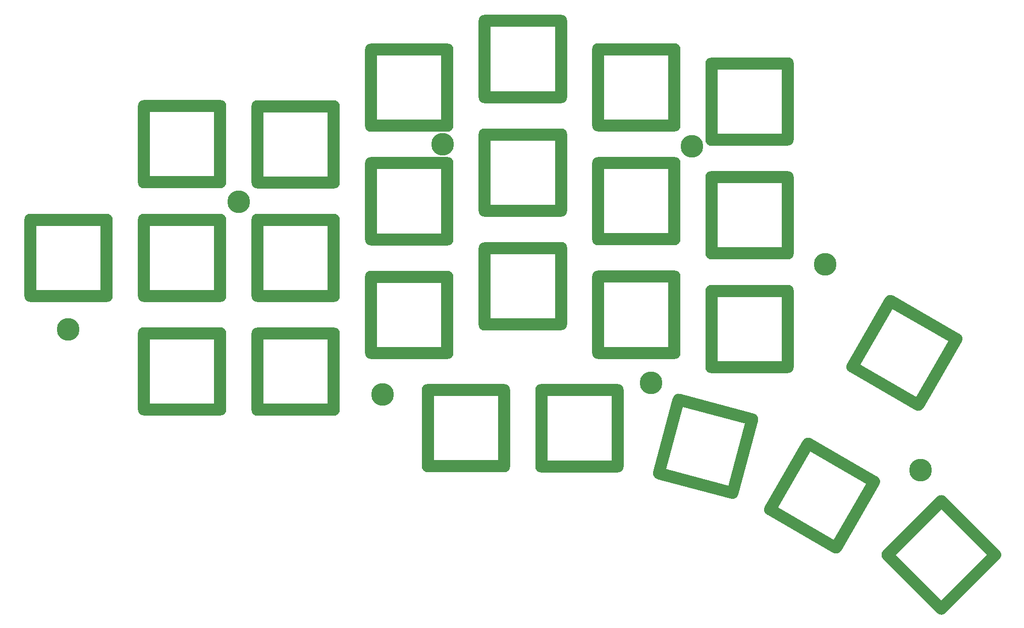
<source format=gts>
G04 #@! TF.GenerationSoftware,KiCad,Pcbnew,(5.1.10)-1*
G04 #@! TF.CreationDate,2021-10-25T12:35:37+03:00*
G04 #@! TF.ProjectId,top_plate,746f705f-706c-4617-9465-2e6b69636164,rev?*
G04 #@! TF.SameCoordinates,Original*
G04 #@! TF.FileFunction,Soldermask,Top*
G04 #@! TF.FilePolarity,Negative*
%FSLAX46Y46*%
G04 Gerber Fmt 4.6, Leading zero omitted, Abs format (unit mm)*
G04 Created by KiCad (PCBNEW (5.1.10)-1) date 2021-10-25 12:35:37*
%MOMM*%
%LPD*%
G01*
G04 APERTURE LIST*
%ADD10O,14.800000X2.000000*%
%ADD11O,2.000000X14.800000*%
%ADD12C,3.800000*%
G04 APERTURE END LIST*
G36*
G01*
X192422212Y-101679237D02*
X192422212Y-101679237D01*
G75*
G02*
X193788237Y-101313212I866025J-500000D01*
G01*
X204873363Y-107713212D01*
G75*
G02*
X205239388Y-109079237I-500000J-866025D01*
G01*
X205239388Y-109079237D01*
G75*
G02*
X203873363Y-109445262I-866025J500000D01*
G01*
X192788237Y-103045262D01*
G75*
G02*
X192422212Y-101679237I500000J866025D01*
G01*
G37*
G36*
G01*
X193788237Y-101313212D02*
X193788237Y-101313212D01*
G75*
G02*
X194154262Y-102679237I-500000J-866025D01*
G01*
X187754262Y-113764363D01*
G75*
G02*
X186388237Y-114130388I-866025J500000D01*
G01*
X186388237Y-114130388D01*
G75*
G02*
X186022212Y-112764363I500000J866025D01*
G01*
X192422212Y-101679237D01*
G75*
G02*
X193788237Y-101313212I866025J-500000D01*
G01*
G37*
G36*
G01*
X186022212Y-112764363D02*
X186022212Y-112764363D01*
G75*
G02*
X187388237Y-112398338I866025J-500000D01*
G01*
X198473363Y-118798338D01*
G75*
G02*
X198839388Y-120164363I-500000J-866025D01*
G01*
X198839388Y-120164363D01*
G75*
G02*
X197473363Y-120530388I-866025J500000D01*
G01*
X186388237Y-114130388D01*
G75*
G02*
X186022212Y-112764363I500000J866025D01*
G01*
G37*
G36*
G01*
X204878363Y-107704552D02*
X204878363Y-107704552D01*
G75*
G02*
X205244388Y-109070577I-500000J-866025D01*
G01*
X198844388Y-120155703D01*
G75*
G02*
X197478363Y-120521728I-866025J500000D01*
G01*
X197478363Y-120521728D01*
G75*
G02*
X197112338Y-119155703I500000J866025D01*
G01*
X203512338Y-108070577D01*
G75*
G02*
X204878363Y-107704552I866025J-500000D01*
G01*
G37*
G36*
G01*
X201121293Y-135072727D02*
X201121293Y-135072727D01*
G75*
G02*
X202535507Y-135072727I707107J-707107D01*
G01*
X211586473Y-144123693D01*
G75*
G02*
X211586473Y-145537907I-707107J-707107D01*
G01*
X211586473Y-145537907D01*
G75*
G02*
X210172259Y-145537907I-707107J707107D01*
G01*
X201121293Y-136486941D01*
G75*
G02*
X201121293Y-135072727I707107J707107D01*
G01*
G37*
G36*
G01*
X202535507Y-135072727D02*
X202535507Y-135072727D01*
G75*
G02*
X202535507Y-136486941I-707107J-707107D01*
G01*
X193484541Y-145537907D01*
G75*
G02*
X192070327Y-145537907I-707107J707107D01*
G01*
X192070327Y-145537907D01*
G75*
G02*
X192070327Y-144123693I707107J707107D01*
G01*
X201121293Y-135072727D01*
G75*
G02*
X202535507Y-135072727I707107J-707107D01*
G01*
G37*
G36*
G01*
X192070327Y-144123693D02*
X192070327Y-144123693D01*
G75*
G02*
X193484541Y-144123693I707107J-707107D01*
G01*
X202535507Y-153174659D01*
G75*
G02*
X202535507Y-154588873I-707107J-707107D01*
G01*
X202535507Y-154588873D01*
G75*
G02*
X201121293Y-154588873I-707107J707107D01*
G01*
X192070327Y-145537907D01*
G75*
G02*
X192070327Y-144123693I707107J707107D01*
G01*
G37*
G36*
G01*
X211593544Y-144116622D02*
X211593544Y-144116622D01*
G75*
G02*
X211593544Y-145530836I-707107J-707107D01*
G01*
X202542578Y-154581802D01*
G75*
G02*
X201128364Y-154581802I-707107J707107D01*
G01*
X201128364Y-154581802D01*
G75*
G02*
X201128364Y-153167588I707107J707107D01*
G01*
X210179330Y-144116622D01*
G75*
G02*
X211593544Y-144116622I707107J-707107D01*
G01*
G37*
G36*
G01*
X178604612Y-125631437D02*
X178604612Y-125631437D01*
G75*
G02*
X179970637Y-125265412I866025J-500000D01*
G01*
X191055763Y-131665412D01*
G75*
G02*
X191421788Y-133031437I-500000J-866025D01*
G01*
X191421788Y-133031437D01*
G75*
G02*
X190055763Y-133397462I-866025J500000D01*
G01*
X178970637Y-126997462D01*
G75*
G02*
X178604612Y-125631437I500000J866025D01*
G01*
G37*
G36*
G01*
X179970637Y-125265412D02*
X179970637Y-125265412D01*
G75*
G02*
X180336662Y-126631437I-500000J-866025D01*
G01*
X173936662Y-137716563D01*
G75*
G02*
X172570637Y-138082588I-866025J500000D01*
G01*
X172570637Y-138082588D01*
G75*
G02*
X172204612Y-136716563I500000J866025D01*
G01*
X178604612Y-125631437D01*
G75*
G02*
X179970637Y-125265412I866025J-500000D01*
G01*
G37*
G36*
G01*
X172204612Y-136716563D02*
X172204612Y-136716563D01*
G75*
G02*
X173570637Y-136350538I866025J-500000D01*
G01*
X184655763Y-142750538D01*
G75*
G02*
X185021788Y-144116563I-500000J-866025D01*
G01*
X185021788Y-144116563D01*
G75*
G02*
X183655763Y-144482588I-866025J500000D01*
G01*
X172570637Y-138082588D01*
G75*
G02*
X172204612Y-136716563I500000J866025D01*
G01*
G37*
G36*
G01*
X191060763Y-131656752D02*
X191060763Y-131656752D01*
G75*
G02*
X191426788Y-133022777I-500000J-866025D01*
G01*
X185026788Y-144107903D01*
G75*
G02*
X183660763Y-144473928I-866025J500000D01*
G01*
X183660763Y-144473928D01*
G75*
G02*
X183294738Y-143107903I500000J866025D01*
G01*
X189694738Y-132022777D01*
G75*
G02*
X191060763Y-131656752I866025J-500000D01*
G01*
G37*
G36*
G01*
X156789191Y-118496414D02*
X156789191Y-118496414D01*
G75*
G02*
X158013936Y-117789307I965926J-258819D01*
G01*
X170377786Y-121102191D01*
G75*
G02*
X171084893Y-122326936I-258819J-965926D01*
G01*
X171084893Y-122326936D01*
G75*
G02*
X169860148Y-123034043I-965926J258819D01*
G01*
X157496298Y-119721159D01*
G75*
G02*
X156789191Y-118496414I258819J965926D01*
G01*
G37*
G36*
G01*
X158013936Y-117789307D02*
X158013936Y-117789307D01*
G75*
G02*
X158721043Y-119014052I-258819J-965926D01*
G01*
X155408159Y-131377902D01*
G75*
G02*
X154183414Y-132085009I-965926J258819D01*
G01*
X154183414Y-132085009D01*
G75*
G02*
X153476307Y-130860264I258819J965926D01*
G01*
X156789191Y-118496414D01*
G75*
G02*
X158013936Y-117789307I965926J-258819D01*
G01*
G37*
G36*
G01*
X153476307Y-130860264D02*
X153476307Y-130860264D01*
G75*
G02*
X154701052Y-130153157I965926J-258819D01*
G01*
X167064902Y-133466041D01*
G75*
G02*
X167772009Y-134690786I-258819J-965926D01*
G01*
X167772009Y-134690786D01*
G75*
G02*
X166547264Y-135397893I-965926J258819D01*
G01*
X154183414Y-132085009D01*
G75*
G02*
X153476307Y-130860264I258819J965926D01*
G01*
G37*
G36*
G01*
X170380374Y-121092532D02*
X170380374Y-121092532D01*
G75*
G02*
X171087481Y-122317277I-258819J-965926D01*
G01*
X167774597Y-134681127D01*
G75*
G02*
X166549852Y-135388234I-965926J258819D01*
G01*
X166549852Y-135388234D01*
G75*
G02*
X165842745Y-134163489I258819J965926D01*
G01*
X169155629Y-121799639D01*
G75*
G02*
X170380374Y-121092532I965926J-258819D01*
G01*
G37*
D10*
X122072400Y-117145600D03*
D11*
X115672400Y-123545600D03*
D10*
X122072400Y-129945600D03*
D11*
X128472400Y-123535600D03*
X147522400Y-123561000D03*
D10*
X141122400Y-129971000D03*
D11*
X134722400Y-123571000D03*
D10*
X141122400Y-117171000D03*
X169672000Y-62357800D03*
D11*
X163272000Y-68757800D03*
D10*
X169672000Y-75157800D03*
D11*
X176072000Y-68747800D03*
X176072000Y-87823200D03*
D10*
X169672000Y-94233200D03*
D11*
X163272000Y-87833200D03*
D10*
X169672000Y-81433200D03*
D11*
X176072000Y-106898600D03*
D10*
X169672000Y-113308600D03*
D11*
X163272000Y-106908600D03*
D10*
X169672000Y-100508600D03*
X150647400Y-59970200D03*
D11*
X144247400Y-66370200D03*
D10*
X150647400Y-72770200D03*
D11*
X157047400Y-66360200D03*
X157047400Y-85435600D03*
D10*
X150647400Y-91845600D03*
D11*
X144247400Y-85445600D03*
D10*
X150647400Y-79045600D03*
D11*
X157047400Y-104511000D03*
D10*
X150647400Y-110921000D03*
D11*
X144247400Y-104521000D03*
D10*
X150647400Y-98121000D03*
X131622800Y-93345800D03*
D11*
X125222800Y-99745800D03*
D10*
X131622800Y-106145800D03*
D11*
X138022800Y-99735800D03*
D10*
X131622800Y-74270400D03*
D11*
X125222800Y-80670400D03*
D10*
X131622800Y-87070400D03*
D11*
X138022800Y-80660400D03*
X138022800Y-61585000D03*
D10*
X131622800Y-67995000D03*
D11*
X125222800Y-61595000D03*
D10*
X131622800Y-55195000D03*
X112547400Y-98146400D03*
D11*
X106147400Y-104546400D03*
D10*
X112547400Y-110946400D03*
D11*
X118947400Y-104536400D03*
D10*
X112547400Y-79071000D03*
D11*
X106147400Y-85471000D03*
D10*
X112547400Y-91871000D03*
D11*
X118947400Y-85461000D03*
X118947400Y-66385600D03*
D10*
X112547400Y-72795600D03*
D11*
X106147400Y-66395600D03*
D10*
X112547400Y-59995600D03*
X93497400Y-107671400D03*
D11*
X87097400Y-114071400D03*
D10*
X93497400Y-120471400D03*
D11*
X99897400Y-114061400D03*
D10*
X93497400Y-88596000D03*
D11*
X87097400Y-94996000D03*
D10*
X93497400Y-101396000D03*
D11*
X99897400Y-94986000D03*
X99897400Y-75910600D03*
D10*
X93497400Y-82320600D03*
D11*
X87097400Y-75920600D03*
D10*
X93497400Y-69520600D03*
D11*
X80847400Y-114036000D03*
D10*
X74447400Y-120446000D03*
D11*
X68047400Y-114046000D03*
D10*
X74447400Y-107646000D03*
D11*
X80847400Y-94960600D03*
D10*
X74447400Y-101370600D03*
D11*
X68047400Y-94970600D03*
D10*
X74447400Y-88570600D03*
X74447400Y-69495200D03*
D11*
X68047400Y-75895200D03*
D10*
X74447400Y-82295200D03*
D11*
X80847400Y-75885200D03*
X61797400Y-94960600D03*
D10*
X55397400Y-101370600D03*
D11*
X48997400Y-94970600D03*
D10*
X55397400Y-88570600D03*
D12*
X108077000Y-117906800D03*
X153085800Y-115951000D03*
X198323200Y-130581400D03*
X182372000Y-96062800D03*
X159943800Y-76225400D03*
X118160800Y-75920600D03*
X83921600Y-85547200D03*
X55295800Y-106984800D03*
M02*

</source>
